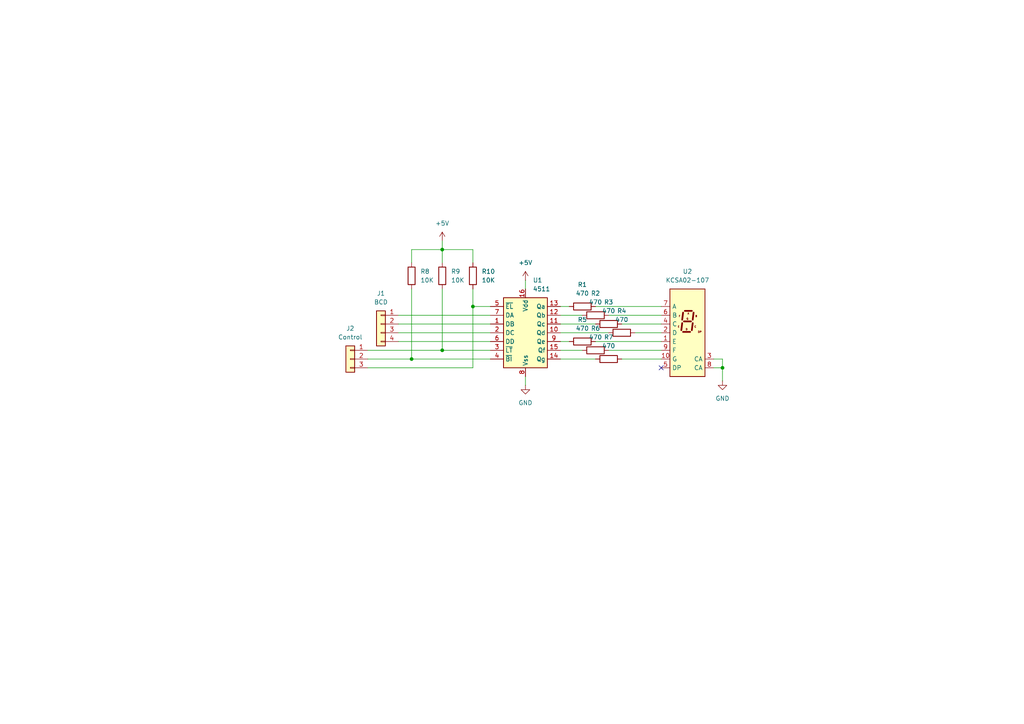
<source format=kicad_sch>
(kicad_sch (version 20250114) (generator "eeschema") (generator_version "9.0")
  (paper "A4")
  (title_block (title "Conversor BCD a Display 7 Segmentos") (date "2025-09-09") (rev "1") (company "UTN FRC") (comment 1 "Técnicas Digitales I") (comment 2 "Gaston Grasso, 401892") (comment 3 "Franco Palombo, 401910"))
  (lib_symbols
    (symbol "4xxx_IEEE:4511"
      (property "Reference" "U" (at 8.89 11.43 0))
      (property "Value" "4511" (at 8.89 -11.43 0))
      (symbol "4511_0_1"
        (rectangle (start -6.35 10.16) (end 6.35 -10.16) (stroke (width 0.254)) (fill (type background)))
      )
      (symbol "4511_1_1"
        (pin input line (at -10.16 7.62 0) (length 3.81) (name "~{EL}") (number "5"))
        (pin input line (at -10.16 5.08 0) (length 3.81) (name "DA") (number "7"))
        (pin input line (at -10.16 2.54 0) (length 3.81) (name "DB") (number "1"))
        (pin input line (at -10.16 0 0) (length 3.81) (name "DC") (number "2"))
        (pin input line (at -10.16 -2.54 0) (length 3.81) (name "DD") (number "6"))
        (pin input line (at -10.16 -5.08 0) (length 3.81) (name "~{LT}") (number "3"))
        (pin input line (at -10.16 -7.62 0) (length 3.81) (name "~{BI}") (number "4"))
        (pin power_in line (at 0 12.7 270) (length 2.54) (name "Vdd") (number "16"))
        (pin power_in line (at 0 -12.7 90) (length 2.54) (name "Vss") (number "8"))
        (pin output line (at 10.16 7.62 180) (length 3.81) (name "Qa") (number "13"))
        (pin output line (at 10.16 5.08 180) (length 3.81) (name "Qb") (number "12"))
        (pin output line (at 10.16 2.54 180) (length 3.81) (name "Qc") (number "11"))
        (pin output line (at 10.16 0 180) (length 3.81) (name "Qd") (number "10"))
        (pin output line (at 10.16 -2.54 180) (length 3.81) (name "Qe") (number "9"))
        (pin output line (at 10.16 -5.08 180) (length 3.81) (name "Qf") (number "15"))
        (pin output line (at 10.16 -7.62 180) (length 3.81) (name "Qg") (number "14"))
      )
    )
    (symbol "Connector_Generic:Conn_01x03" (pin_names (offset 1.016) (hide yes))
      (property "Reference" "J" (at 0 5.08 0))
      (property "Value" "Conn_01x03" (at 0 -5.08 0))
      (symbol "Conn_01x03_1_1"
        (rectangle (start -1.27 3.81) (end 1.27 -3.81) (stroke (width 0.254)) (fill (type background)))
        (rectangle (start -1.27 2.667) (end 0 2.413) (stroke (width 0.1524)))
        (rectangle (start -1.27 0.127) (end 0 -0.127) (stroke (width 0.1524)))
        (rectangle (start -1.27 -2.413) (end 0 -2.667) (stroke (width 0.1524)))
        (pin passive line (at -5.08 2.54 0) (length 3.81) (name "Pin_1") (number "1"))
        (pin passive line (at -5.08 0 0) (length 3.81) (name "Pin_2") (number "2"))
        (pin passive line (at -5.08 -2.54 0) (length 3.81) (name "Pin_3") (number "3"))
      )
    )
    (symbol "Connector_Generic:Conn_01x04" (pin_names (offset 1.016) (hide yes))
      (property "Reference" "J" (at 0 5.08 0))
      (property "Value" "Conn_01x04" (at 0 -7.62 0))
      (symbol "Conn_01x04_1_1"
        (rectangle (start -1.27 3.81) (end 1.27 -6.35) (stroke (width 0.254)) (fill (type background)))
        (rectangle (start -1.27 2.667) (end 0 2.413) (stroke (width 0.1524)))
        (rectangle (start -1.27 0.127) (end 0 -0.127) (stroke (width 0.1524)))
        (rectangle (start -1.27 -2.413) (end 0 -2.667) (stroke (width 0.1524)))
        (rectangle (start -1.27 -4.953) (end 0 -5.207) (stroke (width 0.1524)))
        (pin passive line (at -5.08 2.54 0) (length 3.81) (name "Pin_1") (number "1"))
        (pin passive line (at -5.08 0 0) (length 3.81) (name "Pin_2") (number "2"))
        (pin passive line (at -5.08 -2.54 0) (length 3.81) (name "Pin_3") (number "3"))
        (pin passive line (at -5.08 -5.08 0) (length 3.81) (name "Pin_4") (number "4"))
      )
    )
    (symbol "Device:R" (pin_numbers (hide yes)) (pin_names (offset 0))
      (property "Reference" "R" (at 2.032 0 90))
      (property "Value" "R" (at 0 0 90))
      (symbol "R_0_1"
        (rectangle (start -1.016 -2.54) (end 1.016 2.54) (stroke (width 0.254)))
      )
      (symbol "R_1_1"
        (pin passive line (at 0 3.81 270) (length 1.27) (name "~") (number "1"))
        (pin passive line (at 0 -3.81 90) (length 1.27) (name "~") (number "2"))
      )
    )
    (symbol "Display_Character:KCSA02-107" (pin_names (offset 0.635))
      (property "Reference" "U" (at -2.54 13.97 0))
      (property "Value" "KCSA02-107" (at 1.27 13.97 0))
      (symbol "KCSA02-107_0_0"
        (text "E" (at -2.54 1.778 0) (effects (font (size 0.508 0.508))))
        (text "F" (at -2.286 4.826 0) (effects (font (size 0.508 0.508))))
        (text "D" (at -0.254 1.016 0) (effects (font (size 0.508 0.508))))
        (text "G" (at 0 4.064 0) (effects (font (size 0.508 0.508))))
        (text "A" (at 0.254 5.588 0) (effects (font (size 0.508 0.508))))
        (text "C" (at 2.286 1.778 0) (effects (font (size 0.508 0.508))))
        (text "B" (at 2.54 4.826 0) (effects (font (size 0.508 0.508))))
        (text "DP" (at 3.556 0.254 0) (effects (font (size 0.508 0.508))))
      )
      (symbol "KCSA02-107_0_1"
        (rectangle (start -5.08 12.7) (end 5.08 -12.7) (stroke (width 0.254)) (fill (type background)))
        (polyline (pts (xy -1.524 2.794) (xy -1.778 0.762)) (stroke (width 0.508)))
        (polyline (pts (xy -1.27 5.842) (xy -1.524 3.81)) (stroke (width 0.508)))
        (polyline (pts (xy -1.27 0.254) (xy 0.762 0.254)) (stroke (width 0.508)))
        (polyline (pts (xy -1.016 3.302) (xy 1.016 3.302)) (stroke (width 0.508)))
        (polyline (pts (xy -0.762 6.35) (xy 1.27 6.35)) (stroke (width 0.508)))
        (polyline (pts (xy 1.524 2.794) (xy 1.27 0.762)) (stroke (width 0.508)))
        (polyline (pts (xy 1.778 5.842) (xy 1.524 3.81)) (stroke (width 0.508)))
        (polyline (pts (xy 2.54 0.254) (xy 2.54 0.254)) (stroke (width 0.508)))
      )
      (symbol "KCSA02-107_1_1"
        (pin input line (at -7.62 7.62 0) (length 2.54) (name "A") (number "7"))
        (pin input line (at -7.62 5.08 0) (length 2.54) (name "B") (number "6"))
        (pin input line (at -7.62 2.54 0) (length 2.54) (name "C") (number "4"))
        (pin input line (at -7.62 0 0) (length 2.54) (name "D") (number "2"))
        (pin input line (at -7.62 -2.54 0) (length 2.54) (name "E") (number "1"))
        (pin input line (at -7.62 -5.08 0) (length 2.54) (name "F") (number "9"))
        (pin input line (at -7.62 -7.62 0) (length 2.54) (name "G") (number "10"))
        (pin input line (at -7.62 -10.16 0) (length 2.54) (name "DP") (number "5"))
        (pin input line (at 7.62 -7.62 180) (length 2.54) (name "CA") (number "3"))
        (pin input line (at 7.62 -10.16 180) (length 2.54) (name "CA") (number "8"))
      )
    )
    (symbol "power:+5V" (power) (pin_numbers (hide yes)) (pin_names (offset 0) (hide yes))
      (property "Value" "+5V" (at 0 3.556 0))
      (symbol "+5V_0_1"
        (polyline (pts (xy -0.762 1.27) (xy 0 2.54)))
        (polyline (pts (xy 0 2.54) (xy 0.762 1.27)))
        (polyline (pts (xy 0 0) (xy 0 2.54)))
      )
      (symbol "+5V_1_1"
        (pin power_in line (at 0 0 90) (length 0) (name "~") (number "1"))
      )
    )
    (symbol "power:GND" (power) (pin_numbers (hide yes)) (pin_names (offset 0) (hide yes))
      (property "Value" "GND" (at 0 -3.81 0))
      (symbol "GND_0_1"
        (polyline (pts (xy 0 0) (xy 0 -1.27) (xy 1.27 -1.27) (xy 0 -2.54) (xy -1.27 -1.27) (xy 0 -1.27)))
      )
      (symbol "GND_1_1"
        (pin power_in line (at 0 0 270) (length 0) (name "~") (number "1"))
      )
    )
  )
  (junction (at 128.27 101.6))
  (junction (at 119.38 104.14))
  (junction (at 128.27 72.39))
  (junction (at 137.16 88.9))
  (junction (at 209.55 106.68))
  (no_connect (at 191.77 106.68))
  (wire (pts (xy 162.56 91.44) (xy 168.91 91.44)))
  (wire (pts (xy 128.27 101.6) (xy 142.24 101.6)))
  (wire (pts (xy 115.57 96.52) (xy 142.24 96.52)))
  (wire (pts (xy 180.34 93.98) (xy 191.77 93.98)))
  (wire (pts (xy 137.16 72.39) (xy 128.27 72.39)))
  (wire (pts (xy 137.16 106.68) (xy 106.68 106.68)))
  (wire (pts (xy 128.27 72.39) (xy 119.38 72.39)))
  (wire (pts (xy 106.68 101.6) (xy 128.27 101.6)))
  (wire (pts (xy 162.56 88.9) (xy 165.1 88.9)))
  (wire (pts (xy 209.55 104.14) (xy 209.55 106.68)))
  (wire (pts (xy 162.56 99.06) (xy 165.1 99.06)))
  (wire (pts (xy 115.57 91.44) (xy 142.24 91.44)))
  (wire (pts (xy 128.27 72.39) (xy 128.27 76.2)))
  (wire (pts (xy 128.27 69.85) (xy 128.27 72.39)))
  (wire (pts (xy 162.56 96.52) (xy 176.53 96.52)))
  (wire (pts (xy 119.38 104.14) (xy 142.24 104.14)))
  (wire (pts (xy 172.72 88.9) (xy 191.77 88.9)))
  (wire (pts (xy 119.38 83.82) (xy 119.38 104.14)))
  (wire (pts (xy 162.56 101.6) (xy 168.91 101.6)))
  (wire (pts (xy 180.34 104.14) (xy 191.77 104.14)))
  (wire (pts (xy 207.01 106.68) (xy 209.55 106.68)))
  (wire (pts (xy 115.57 99.06) (xy 142.24 99.06)))
  (wire (pts (xy 176.53 101.6) (xy 191.77 101.6)))
  (wire (pts (xy 162.56 104.14) (xy 172.72 104.14)))
  (wire (pts (xy 152.4 81.28) (xy 152.4 83.82)))
  (wire (pts (xy 172.72 99.06) (xy 191.77 99.06)))
  (wire (pts (xy 106.68 104.14) (xy 119.38 104.14)))
  (wire (pts (xy 115.57 93.98) (xy 142.24 93.98)))
  (wire (pts (xy 162.56 93.98) (xy 172.72 93.98)))
  (wire (pts (xy 184.15 96.52) (xy 191.77 96.52)))
  (wire (pts (xy 137.16 88.9) (xy 137.16 106.68)))
  (wire (pts (xy 137.16 88.9) (xy 142.24 88.9)))
  (wire (pts (xy 209.55 106.68) (xy 209.55 110.49)))
  (wire (pts (xy 119.38 72.39) (xy 119.38 76.2)))
  (wire (pts (xy 176.53 91.44) (xy 191.77 91.44)))
  (wire (pts (xy 207.01 104.14) (xy 209.55 104.14)))
  (wire (pts (xy 128.27 83.82) (xy 128.27 101.6)))
  (wire (pts (xy 137.16 83.82) (xy 137.16 88.9)))
  (wire (pts (xy 137.16 76.2) (xy 137.16 72.39)))
  (wire (pts (xy 152.4 109.22) (xy 152.4 111.76)))
  (symbol (lib_id "Device:R") (at 168.91 99.06 90) (unit 1)
    (property "Reference" "R5" (at 168.91 92.71 90))
    (property "Value" "470" (at 168.91 95.25 90))
    (property "Description" "Resistor" (effects (hide yes)))
  )
  (symbol (lib_id "Device:R") (at 172.72 101.6 90) (unit 1)
    (property "Reference" "R6" (at 172.72 95.25 90))
    (property "Value" "470" (at 172.72 97.79 90))
    (property "Description" "Resistor" (effects (hide yes)))
  )
  (symbol (lib_id "power:+5V") (at 128.27 69.85 0) (unit 1)
    (property "Reference" "#PWR04" (effects (hide yes)))
    (property "Value" "+5V" (at 128.27 64.77 0))
    (property "Description" "Power symbol creates a global label with name \"+5V\"" (effects (hide yes)))
  )
  (symbol (lib_id "Connector_Generic:Conn_01x04") (at 110.49 93.98 0) (mirror y) (unit 1)
    (property "Reference" "J1" (at 110.49 85.09 0))
    (property "Value" "BCD" (at 110.49 87.63 0))
    (property "Description" "Generic connector, single row, 01x04, script generated (kicad-library-utils/schlib/autogen/connector/)" (effects (hide yes)))
  )
  (symbol (lib_id "Device:R") (at 168.91 88.9 90) (unit 1)
    (property "Reference" "R1" (at 168.91 82.55 90))
    (property "Value" "470" (at 168.91 85.09 90))
    (property "Description" "Resistor" (effects (hide yes)))
  )
  (symbol (lib_id "power:+5V") (at 152.4 81.28 0) (unit 1)
    (property "Reference" "#PWR03" (effects (hide yes)))
    (property "Value" "+5V" (at 152.4 76.2 0))
    (property "Description" "Power symbol creates a global label with name \"+5V\"" (effects (hide yes)))
  )
  (symbol (lib_id "Device:R") (at 128.27 80.01 0) (unit 1)
    (property "Reference" "R9" (at 130.81 78.7399 0) (effects (justify left)))
    (property "Value" "10K" (at 130.81 81.2799 0) (effects (justify left)))
    (property "Description" "Resistor" (effects (hide yes)))
  )
  (symbol (lib_id "Device:R") (at 176.53 104.14 90) (unit 1)
    (property "Reference" "R7" (at 176.53 97.79 90))
    (property "Value" "470" (at 176.53 100.33 90))
    (property "Description" "Resistor" (effects (hide yes)))
  )
  (symbol (lib_id "Device:R") (at 172.72 91.44 90) (unit 1)
    (property "Reference" "R2" (at 172.72 85.09 90))
    (property "Value" "470" (at 172.72 87.63 90))
    (property "Description" "Resistor" (effects (hide yes)))
  )
  (symbol (lib_id "Device:R") (at 176.53 93.98 90) (unit 1)
    (property "Reference" "R3" (at 176.53 87.63 90))
    (property "Value" "470" (at 176.53 90.17 90))
    (property "Description" "Resistor" (effects (hide yes)))
  )
  (symbol (lib_id "Display_Character:KCSA02-107") (at 199.39 96.52 0) (unit 1)
    (property "Reference" "U2" (at 199.39 78.74 0))
    (property "Value" "KCSA02-107" (at 199.39 81.28 0))
    (property "Footprint" "Display_7Segment:KCSC02-107" (effects (hide yes)))
    (property "Datasheet" "http://www.kingbright.com/attachments/file/psearch/000/00/00/KCSA02-107(Ver.10A).pdf" (effects (hide yes)))
    (property "Description" "One digit 7 segment super bright orange LED, common anode" (effects (hide yes)))
  )
  (symbol (lib_id "power:GND") (at 152.4 111.76 0) (unit 1)
    (property "Reference" "#PWR02" (effects (hide yes)))
    (property "Value" "GND" (at 152.4 116.84 0))
    (property "Description" "Power symbol creates a global label with name \"GND\" , ground" (effects (hide yes)))
  )
  (symbol (lib_id "power:GND") (at 209.55 110.49 0) (unit 1)
    (property "Reference" "#PWR01" (effects (hide yes)))
    (property "Value" "GND" (at 209.55 115.57 0))
    (property "Description" "Power symbol creates a global label with name \"GND\" , ground" (effects (hide yes)))
  )
  (symbol (lib_id "Connector_Generic:Conn_01x03") (at 101.6 104.14 0) (mirror y) (unit 1)
    (property "Reference" "J2" (at 101.6 95.25 0))
    (property "Value" "Control" (at 101.6 97.79 0))
    (property "Description" "Generic connector, single row, 01x03, script generated (kicad-library-utils/schlib/autogen/connector/)" (effects (hide yes)))
  )
  (symbol (lib_id "Device:R") (at 119.38 80.01 0) (unit 1)
    (property "Reference" "R8" (at 121.92 78.7399 0) (effects (justify left)))
    (property "Value" "10K" (at 121.92 81.2799 0) (effects (justify left)))
    (property "Description" "Resistor" (effects (hide yes)))
  )
  (symbol (lib_id "Device:R") (at 180.34 96.52 90) (unit 1)
    (property "Reference" "R4" (at 180.34 90.17 90))
    (property "Value" "470" (at 180.34 92.71 90))
    (property "Description" "Resistor" (effects (hide yes)))
  )
  (symbol (lib_id "4xxx_IEEE:4511") (at 152.4 96.52 0) (unit 1)
    (property "Reference" "U1" (at 154.5433 81.28 0) (effects (justify left)))
    (property "Value" "4511" (at 154.5433 83.82 0) (effects (justify left)))
  )
  (symbol (lib_id "Device:R") (at 137.16 80.01 0) (unit 1)
    (property "Reference" "R10" (at 139.7 78.7399 0) (effects (justify left)))
    (property "Value" "10K" (at 139.7 81.2799 0) (effects (justify left)))
    (property "Description" "Resistor" (effects (hide yes)))
  )
)
</source>
